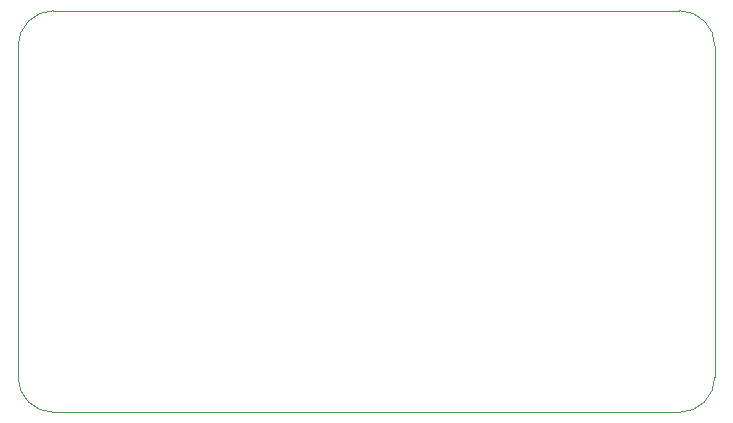
<source format=gbr>
%TF.GenerationSoftware,KiCad,Pcbnew,7.0.7*%
%TF.CreationDate,2024-02-08T13:52:16-05:00*%
%TF.ProjectId,metronome,6d657472-6f6e-46f6-9d65-2e6b69636164,rev?*%
%TF.SameCoordinates,Original*%
%TF.FileFunction,Profile,NP*%
%FSLAX46Y46*%
G04 Gerber Fmt 4.6, Leading zero omitted, Abs format (unit mm)*
G04 Created by KiCad (PCBNEW 7.0.7) date 2024-02-08 13:52:16*
%MOMM*%
%LPD*%
G01*
G04 APERTURE LIST*
%TA.AperFunction,Profile*%
%ADD10C,0.100000*%
%TD*%
G04 APERTURE END LIST*
D10*
X108000000Y-84000000D02*
G75*
G03*
X111000000Y-87000000I3000000J0D01*
G01*
X111000000Y-53000000D02*
G75*
G03*
X108000000Y-56000000I0J-3000000D01*
G01*
X167000000Y-56000000D02*
G75*
G03*
X164000000Y-53000000I-3000000J0D01*
G01*
X164000000Y-87000000D02*
G75*
G03*
X167000000Y-84000000I0J3000000D01*
G01*
X108000000Y-56000000D02*
X108000000Y-84000000D01*
X164000000Y-53000000D02*
X111000000Y-53000000D01*
X167000000Y-84000000D02*
X167000000Y-56000000D01*
X111000000Y-87000000D02*
X164000000Y-87000000D01*
M02*

</source>
